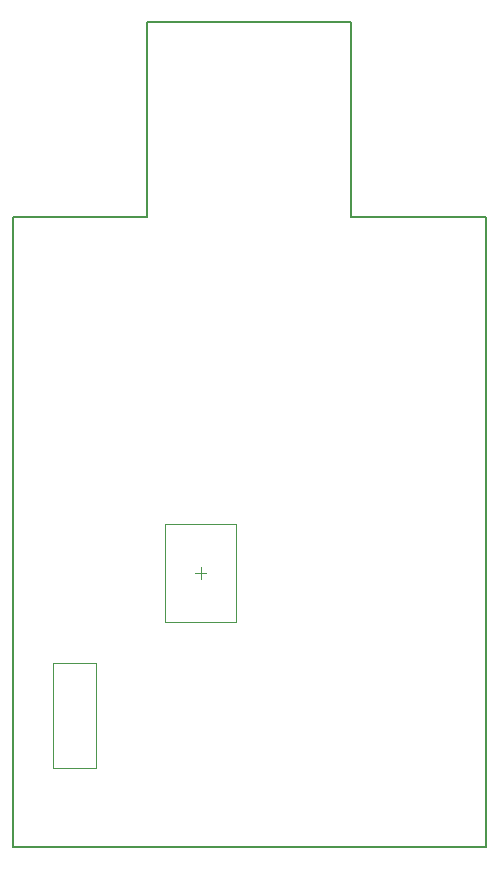
<source format=gbr>
%TF.GenerationSoftware,Altium Limited,Altium Designer,19.1.5 (86)*%
G04 Layer_Color=32768*
%FSLAX26Y26*%
%MOIN*%
%TF.FileFunction,Other,Mechanical_15*%
%TF.Part,Single*%
G01*
G75*
%TA.AperFunction,NonConductor*%
%ADD45C,0.007874*%
%ADD47C,0.003937*%
%ADD88C,0.001968*%
D45*
X2850000Y2195000D02*
Y2800000D01*
X2171960D02*
X2850000D01*
X2171960Y2201960D02*
Y2800000D01*
X1725000Y2150000D02*
X2171960D01*
X2850000D02*
X3300000D01*
X2171960D02*
Y2201960D01*
X2850000Y2150000D02*
Y2195000D01*
X3300000Y50000D02*
Y2150000D01*
X1725000Y50000D02*
Y2150000D01*
Y50000D02*
X3300000D01*
D47*
X2330315Y965000D02*
X2369685D01*
X2350000Y945315D02*
Y984685D01*
X2000866Y314803D02*
Y665197D01*
X1859134D02*
X2000866D01*
X1859134Y314803D02*
Y665197D01*
Y314803D02*
X2000866D01*
D88*
X2231890Y801614D02*
Y1128386D01*
X2468110Y801614D02*
Y1128386D01*
X2231890Y801614D02*
X2468110D01*
X2231890Y1128386D02*
X2468110D01*
%TF.MD5,7569ce8919e8b80bc6a771c7692fc165*%
M02*

</source>
